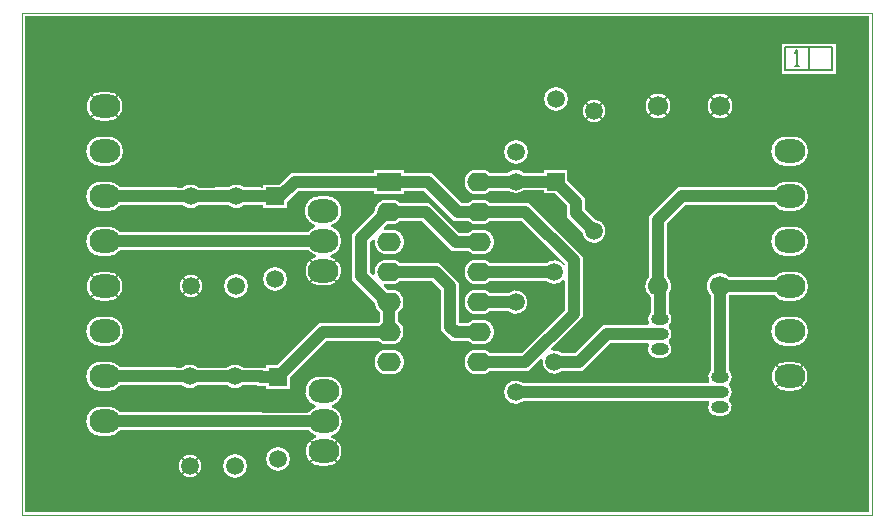
<source format=gtl>
G04 ================== begin FILE IDENTIFICATION RECORD ==================*
G04 Layout Name:  Z:/Projets_Cadence/PCB/2016/Jerome/FdC Kamar/allegro/FdC Kamar.brd*
G04 Film Name:    LAYER1*
G04 File Format:  Gerber RS274X*
G04 File Origin:  Cadence Allegro 16.6-2015-S064*
G04 Origin Date:  Tue Feb 23 10:20:43 2016*
G04 *
G04 Layer:  VIA CLASS/TOP*
G04 Layer:  PIN/TOP*
G04 Layer:  MANUFACTURING/CUIVRE_TOP*
G04 Layer:  ETCH/TOP*
G04 Layer:  DRAWING FORMAT/TITLE_BLOCK_TOP*
G04 Layer:  BOARD GEOMETRY/OUTLINE*
G04 *
G04 Offset:    (0.0000 0.0000)*
G04 Mirror:    No*
G04 Mode:      Positive*
G04 Rotation:  0*
G04 FullContactRelief:  No*
G04 UndefLineWidth:     0.1000*
G04 ================== end FILE IDENTIFICATION RECORD ====================*
%FSLAX35Y35*MOMM*%
%IR0*IPPOS*OFA0.00000B0.00000*MIA0B0*SFA1.00000B1.00000*%
%ADD15O,1.5X1.*%
%ADD13O,2.X1.6*%
%ADD10O,2.6X2.*%
%ADD14R,2.X1.6*%
%ADD11C,1.5*%
%ADD16C,1.7*%
%ADD12R,1.5X1.5*%
%ADD17C,.1*%
%ADD18C,.2*%
%ADD19C,.21*%
%ADD20C,1.*%
%ADD23C,2.0004*%
%ADD21C,2.1204*%
%ADD24R,4.6004X2.6004*%
%ADD22C,1.9204*%
G75*
%LPD*%
G75*
G36*
G01X7175000Y25000D02*
X25000D01*
Y4225000D01*
X7175000D01*
Y25000D01*
G37*
%LPC*%
G75*
G36*
G01X2585000Y415980D02*
X2525000D01*
G02X2488010Y652230I0J121021D01*
G03X2487920Y671610I-3101J9676D01*
G02X2424990Y715980I37075J119395D01*
G01X1969430D01*
X1968930Y716480D01*
X830010D01*
G02X730000Y666480I-100010J75020D01*
G01X670000D01*
G02Y916520I0J125020D01*
G01X730000D01*
G02X830010Y866520I0J-125020D01*
G01X2031070D01*
X2031570Y866020D01*
X2424990D01*
G02X2482170Y908460I100017J-75014D01*
G03Y927540I-3479J9540D01*
G02X2525000Y1170020I42830J117457D01*
G01X2585000D01*
G02X2627830Y927540I0J-125023D01*
G03Y908460I3479J-9540D01*
G02X2622080Y671610I-42830J-117455D01*
G03X2621990Y652230I3011J-9704D01*
G02X2585000Y415980I-36990J-115229D01*
G37*
G36*
G01X2581000Y1943980D02*
X2521000D01*
G02X2484010Y2180230I0J121021D01*
G03X2483920Y2199610I-3101J9676D01*
G02X2420990Y2243980I37075J119395D01*
G01X1282070D01*
X1278570Y2240480D01*
X830010D01*
G02X730000Y2190480I-100010J75020D01*
G01X670000D01*
G02Y2440520I0J125020D01*
G01X730000D01*
G02X830010Y2390520I0J-125020D01*
G01X1216430D01*
X1219930Y2394020D01*
X2420990D01*
G02X2478170Y2436460I100017J-75014D01*
G03Y2455540I-3479J9540D01*
G02X2521000Y2698020I42830J117457D01*
G01X2581000D01*
G02X2623830Y2455540I0J-125023D01*
G03Y2436460I3479J-9540D01*
G02X2618080Y2199610I-42830J-117455D01*
G03X2617990Y2180230I3011J-9704D01*
G02X2581000Y1943980I-36990J-115229D01*
G37*
G36*
G01X5985000Y968930D02*
G02X5935000Y837980I-50000J-55929D01*
G01X5885000D01*
G02X5819640Y949830I0J75022D01*
G03X5810790Y964980I-8848J4991D01*
G01X5191070D01*
X5189070Y962980D01*
X4247150D01*
G02Y1113020I-66150J75020D01*
G01X5126930D01*
X5128930Y1115020D01*
X5810790D01*
G03X5819640Y1130170I2J10159D01*
G02X5834980Y1222910I65359J36828D01*
G01Y1748930D01*
X5832980Y1750930D01*
Y1857520D01*
G02X5988480Y2013020I75020J80480D01*
G01X6267570D01*
X6271070Y2009520D01*
X6369990D01*
G02X6470000Y2059520I100010J-75020D01*
G01X6530000D01*
G02Y1809480I0J-125020D01*
G01X6470000D01*
G02X6369990Y1859480I0J125020D01*
G01X6208930D01*
X6205430Y1862980D01*
X5988480D01*
G02X5983020Y1857520I-80480J75020D01*
G01Y1813070D01*
X5985020Y1811070D01*
Y1222910D01*
G02X5985000Y1111070I-50020J-55911D01*
G03Y1095930I6774J-7570D01*
G02Y984070I-50000J-55930D01*
G03Y968930I6774J-7570D01*
G37*
G36*
G01X2969410Y2337310D02*
X2946020Y2313930D01*
Y2052070D01*
X2969410Y2028690D01*
G03X2986600Y2037640I7186J7181D01*
G02X3090000Y2161020I103400J18362D01*
G01X3130000D01*
G02X3203490Y2131020I0J-105013D01*
G01X3535070D01*
X3701020Y1965070D01*
Y1624070D01*
X3704070Y1621020D01*
X3776520D01*
G02X3852000Y1653020I75480J-73019D01*
G01X3892000D01*
G02Y1442980I0J-105020D01*
G01X3852000D01*
G02X3780610Y1470980I0J105010D01*
G01X3641930D01*
X3550980Y1561930D01*
Y1902930D01*
X3472930Y1980980D01*
X3203490D01*
G02X3130000Y1950980I-73490J75013D01*
G01X3090000D01*
G02X3071640Y1952600I15J105019D01*
G03X3062690Y1935410I-1769J-10004D01*
G01X3091070Y1907020D01*
X3130000D01*
G02X3185020Y1712550I0J-105018D01*
G01Y1637450D01*
G02X3130000Y1442980I-55020J-89452D01*
G01X3090000D01*
G02X3016510Y1472980I0J105013D01*
G01X2580070D01*
X2270020Y1162930D01*
Y1068980D01*
X2069980D01*
Y1093980D01*
X1992930D01*
X1989930Y1096980D01*
X1871150D01*
G02X1738850I-66150J75020D01*
G01X1487150D01*
G02X1354850I-66150J75020D01*
G01X1243930D01*
X1243430Y1097480D01*
X830010D01*
G02X730000Y1047480I-100010J75020D01*
G01X670000D01*
G02Y1297520I0J125020D01*
G01X730000D01*
G02X830010Y1247520I0J-125020D01*
G01X1305570D01*
X1306070Y1247020D01*
X1354850D01*
G02X1487150I66150J-75020D01*
G01X1738850D01*
G02X1871150I66150J-75020D01*
G01X2052070D01*
X2055070Y1244020D01*
X2069980D01*
Y1269020D01*
X2163930D01*
X2517930Y1623020D01*
X3016510D01*
G02X3034980Y1637450I73486J-75024D01*
G01Y1712550D01*
G02X2985030Y1798920I55022J89449D01*
G01X2984970Y1800940D01*
X2795980Y1989930D01*
Y2376070D01*
X2984970Y2565060D01*
X2985030Y2567080D01*
G02X3090000Y2669020I104970J-3075D01*
G01X3130000D01*
G02X3203490Y2639020I0J-105013D01*
G01X3449070D01*
X3703070Y2385020D01*
X3778510D01*
G02X3852000Y2415020I73490J-75013D01*
G01X3892000D01*
G02Y2204980I0J-105020D01*
G01X3852000D01*
G02X3778510Y2234980I0J105013D01*
G01X3640930D01*
X3386930Y2488980D01*
X3203490D01*
G02X3130000Y2458980I-73490J75013D01*
G01X3091070D01*
X3062690Y2430590D01*
G03X3071640Y2413400I7181J-7186D01*
G02X3090000Y2415020I18375J-103399D01*
G01X3130000D01*
G02Y2204980I0J-105020D01*
G01X3090000D01*
G02X2986600Y2328360I0J105018D01*
G03X2969410Y2337310I-10004J1769D01*
G37*
G36*
G01X4230930Y1369020D02*
X4596980Y1735070D01*
Y1979050D01*
G03X4579460Y1986050I-10159J-1D01*
G02X4440850Y1979980I-72457J68950D01*
G01X4329930D01*
X4328930Y1980980D01*
X3965490D01*
G02X3892000Y1950980I-73490J75013D01*
G01X3852000D01*
G02Y2161020I0J105020D01*
G01X3892000D01*
G02X3965490Y2131020I0J-105013D01*
G01X4391070D01*
X4392070Y2130020D01*
X4440850D01*
G02X4587800Y2113960I66154J-75019D01*
G01X4589320Y2111870D01*
X4596980D01*
Y2122930D01*
X4230930Y2488980D01*
X3965490D01*
G02X3892000Y2458980I-73490J75013D01*
G01X3852000D01*
G02X3778510Y2488980I0J105013D01*
G01X3659930D01*
X3405930Y2742980D01*
X3235020D01*
Y2712980D01*
X2984980D01*
Y2742980D01*
X2341070D01*
X2241020Y2642930D01*
Y2595980D01*
X2040980D01*
Y2620980D01*
X1963930D01*
X1962930Y2621980D01*
X1881150D01*
G02X1748850I-66150J75020D01*
G01X1700070D01*
X1699070Y2620980D01*
X1494150D01*
G02X1361850I-66150J75020D01*
G01X1250930D01*
X1250430Y2621480D01*
X830010D01*
G02X730000Y2571480I-100010J75020D01*
G01X670000D01*
G02Y2821520I0J125020D01*
G01X730000D01*
G02X830010Y2771520I0J-125020D01*
G01X1312570D01*
X1313070Y2771020D01*
X1361850D01*
G02X1494150I66150J-75020D01*
G01X1636930D01*
X1637930Y2772020D01*
X1748850D01*
G02X1881150I66150J-75020D01*
G01X2025070D01*
X2026070Y2771020D01*
X2040980D01*
Y2796020D01*
X2181930D01*
X2278930Y2893020D01*
X2984980D01*
Y2923020D01*
X3235020D01*
Y2893020D01*
X3468070D01*
X3722070Y2639020D01*
X3778510D01*
G02X3852000Y2669020I73490J-75013D01*
G01X3892000D01*
G02X3965490Y2639020I0J-105013D01*
G01X4293070D01*
X4747020Y2185070D01*
Y1672930D01*
X4483200Y1409100D01*
G03X4491910Y1391880I7185J-7178D01*
G02X4573150Y1368020I15084J-98877D01*
G01X4681930D01*
X4918930Y1605020D01*
X5300790D01*
G03X5309640Y1620170I2J10159D01*
G02X5324980Y1712910I65359J36828D01*
G01Y1845130D01*
G02X5311980Y2016480I62020J90873D01*
G01Y2527070D01*
X5556430Y2771520D01*
X6369990D01*
G02X6470000Y2821520I100010J-75020D01*
G01X6530000D01*
G02Y2571480I0J-125020D01*
G01X6470000D01*
G02X6369990Y2621480I0J125020D01*
G01X5618570D01*
X5462020Y2464930D01*
Y2016480D01*
G02X5475020Y1869990I-75019J-80479D01*
G01Y1712910D01*
G02X5475000Y1601070I-50020J-55911D01*
G03Y1585930I6774J-7570D01*
G02Y1474070I-50000J-55930D01*
G03Y1458930I6774J-7570D01*
G02X5425000Y1327980I-50000J-55929D01*
G01X5375000D01*
G02X5309640Y1439830I0J75022D01*
G03X5300790Y1454980I-8848J4991D01*
G01X4981070D01*
X4744070Y1217980D01*
X4573150D01*
G02X4408120Y1308090I-66154J75020D01*
G03X4390900Y1316800I-10042J1525D01*
G01X4293070Y1218980D01*
X3965490D01*
G02X3892000Y1188980I-73490J75013D01*
G01X3852000D01*
G02Y1399020I0J105020D01*
G01X3892000D01*
G02X3965490Y1369020I0J-105013D01*
G01X4230930D01*
G37*
G36*
G01X3965490Y1726980D02*
G02X3892000Y1696980I-73490J75013D01*
G01X3852000D01*
G02Y1907020I0J105020D01*
G01X3892000D01*
G02X3965490Y1877020I0J-105013D01*
G01X4117190D01*
G02X4112650Y1726980I63811J-77020D01*
G01X3965490D01*
G37*
G36*
G01X4764020Y2586070D02*
X4849250Y2500840D01*
X4851110Y2500690D01*
G02X4743310Y2392890I-8110J-99690D01*
G01X4743160Y2394750D01*
X4613980Y2523930D01*
Y2619930D01*
X4511930Y2721980D01*
X4417980D01*
Y2746980D01*
X4247150D01*
G02X4119680Y2742980I-66152J75020D01*
G01X3965490D01*
G02X3892000Y2712980I-73490J75013D01*
G01X3852000D01*
G02Y2923020I0J105020D01*
G01X3892000D01*
G02X3965490Y2893020I0J-105013D01*
G01X4110570D01*
G02X4247150Y2897020I70429J-71020D01*
G01X4417980D01*
Y2922020D01*
X4618020D01*
Y2828070D01*
X4764020Y2682070D01*
Y2586070D01*
G37*
G36*
G01X670000Y1428480D02*
G02Y1678520I0J125020D01*
G01X730000D01*
G02Y1428480I0J-125020D01*
G01X670000D01*
G37*
G36*
G01Y1813480D02*
G02Y2055520I0J121020D01*
G01X730000D01*
G02Y1813480I0J-121020D01*
G01X670000D01*
G37*
G36*
G01Y2952480D02*
G02Y3202520I0J125020D01*
G01X730000D01*
G02Y2952480I0J-125020D01*
G01X670000D01*
G37*
G36*
G01Y3337480D02*
G02Y3579520I0J121020D01*
G01X730000D01*
G02Y3337480I0J-121020D01*
G01X670000D01*
G37*
G36*
G01X3090000Y1188980D02*
G02Y1399020I0J105020D01*
G01X3130000D01*
G02Y1188980I0J-105020D01*
G01X3090000D01*
G37*
G36*
G01X6470000Y1051480D02*
G02Y1293520I0J121020D01*
G01X6530000D01*
G02Y1051480I0J-121020D01*
G01X6470000D01*
G37*
G36*
G01Y1428480D02*
G02Y1678520I0J125020D01*
G01X6530000D01*
G02Y1428480I0J-125020D01*
G01X6470000D01*
G37*
G36*
G01Y2190480D02*
G02Y2440520I0J125020D01*
G01X6530000D01*
G02Y2190480I0J-125020D01*
G01X6470000D01*
G37*
G36*
G01Y2952480D02*
G02Y3202520I0J125020D01*
G01X6530000D01*
G02Y2952480I0J-125020D01*
G01X6470000D01*
G37*
G54D23*
X4518000Y3522000D03*
X4181000Y3072000D03*
X2141000Y1996000D03*
X2170000Y469000D03*
X1815000Y1935000D03*
X1805000Y410000D03*
G54D21*
X5908000Y3462000D03*
X5387000Y3460000D03*
G54D24*
X6663000Y3862000D03*
G54D22*
X4843000Y3417000D03*
X1428000Y1934000D03*
X1421000Y410000D03*
%LPD*%
G75*
G54D10*
X700000Y791500D03*
Y1172500D03*
Y1553500D03*
Y1934500D03*
Y2315500D03*
Y2696500D03*
Y3077500D03*
Y3458500D03*
X2555000Y537000D03*
Y791000D03*
Y1045000D03*
X2551000Y2319000D03*
Y2065000D03*
Y2573000D03*
X6500000Y1172500D03*
Y1553500D03*
Y1934500D03*
Y2315500D03*
Y2696500D03*
Y3077500D03*
G54D20*
G01X2555000Y791000D02*
X2000500D01*
X2000000Y791500D01*
X700000D01*
G01Y1172500D02*
X1274500D01*
X1275000Y1172000D01*
X1421000D01*
G01X700000Y2315500D02*
X1247500D01*
X1251000Y2319000D01*
X2551000D01*
G01X700000Y2696500D02*
X1281500D01*
X1282000Y2696000D01*
X1428000D01*
G01X1421000Y1172000D02*
X1805000D01*
G01X1428000Y2696000D02*
X1668000D01*
X1669000Y2697000D01*
X1815000D01*
G01X1805000Y1172000D02*
X2021000D01*
X2024000Y1169000D01*
X2170000D01*
G01X1815000Y2697000D02*
X1994000D01*
X1995000Y2696000D01*
X2141000D01*
G01X2170000Y1169000D02*
X2549000Y1548000D01*
X3110000D01*
G01X2141000Y2696000D02*
X2188000D01*
X2310000Y2818000D01*
X3110000D01*
G01Y1802000D02*
X3090000D01*
X2871000Y2021000D01*
Y2345000D01*
X3090000Y2564000D01*
X3110000D01*
G01Y1548000D02*
Y1802000D01*
G01Y2056000D02*
X3504000D01*
X3626000Y1934000D01*
Y1593000D01*
X3673000Y1546000D01*
X3870000D01*
X3872000Y1548000D01*
G01Y2310000D02*
X3672000D01*
X3418000Y2564000D01*
X3110000D01*
G01Y2818000D02*
X3437000D01*
X3691000Y2564000D01*
X3872000D01*
G01D02*
X4262000D01*
X4672000Y2154000D01*
Y1704000D01*
X4262000Y1294000D01*
X3872000D01*
G01Y1802000D02*
X4179000D01*
X4181000Y1800000D01*
G01X3872000Y2056000D02*
X4360000D01*
X4361000Y2055000D01*
X4507000D01*
G01X3872000Y2818000D02*
X4177000D01*
X4181000Y2822000D01*
G01Y1038000D02*
X5158000D01*
X5160000Y1040000D01*
X5910000D01*
G01X4181000Y2822000D02*
X4518000D01*
G01X4507000Y1293000D02*
X4713000D01*
X4950000Y1530000D01*
X5400000D01*
G01X4843000Y2401000D02*
X4689000Y2555000D01*
Y2651000D01*
X4518000Y2822000D01*
G01X5400000Y1657000D02*
Y1923000D01*
X5387000Y1936000D01*
G01X6500000Y2696500D02*
X5587500D01*
X5387000Y2496000D01*
Y1936000D01*
G01X5910000Y1167000D02*
Y1780000D01*
X5908000Y1782000D01*
Y1938000D01*
G01X6500000Y1934500D02*
X6240000D01*
X6236500Y1938000D01*
X5908000D01*
G54D11*
X1421000Y410000D03*
Y1172000D03*
X1428000Y1934000D03*
Y2696000D03*
X1805000Y410000D03*
Y1172000D03*
X1815000Y1935000D03*
Y2697000D03*
X2170000Y469000D03*
X2141000Y1996000D03*
X4181000Y1038000D03*
Y1800000D03*
Y2822000D03*
Y3072000D03*
X4507000Y1293000D03*
Y2055000D03*
X4518000Y3522000D03*
X4843000Y2401000D03*
Y3417000D03*
G54D12*
X2170000Y1169000D03*
X2141000Y2696000D03*
X4518000Y2822000D03*
G54D13*
X3110000Y1294000D03*
Y1548000D03*
Y1802000D03*
Y2056000D03*
Y2310000D03*
Y2564000D03*
X3872000Y1294000D03*
Y1548000D03*
Y1802000D03*
Y2056000D03*
Y2564000D03*
Y2310000D03*
Y2818000D03*
G54D14*
X3110000D03*
G54D15*
X5400000Y1530000D03*
Y1403000D03*
Y1657000D03*
X5910000Y913000D03*
Y1167000D03*
Y1040000D03*
G54D16*
X5387000Y1936000D03*
Y3460000D03*
X5908000Y1938000D03*
Y3462000D03*
G54D17*
G01X0Y0D02*
X7200000D01*
Y4250000D01*
X0D01*
Y0D01*
G54D18*
G01X6563000Y3802000D02*
Y3932000D01*
X6543000Y3906000D01*
G01Y3802000D02*
X6583000D01*
G01X6663000Y3762000D02*
X6463000D01*
Y3962000D01*
X6663000D01*
Y3762000D01*
G01X6863000D02*
X6663000D01*
Y3962000D01*
X6863000D01*
Y3762000D01*
G54D19*
G01X543900Y1808400D02*
X700000Y1934500D01*
G01D02*
X856100Y1808400D01*
G01X700000Y1934500D02*
X856100Y2060600D01*
G01X543900D02*
X700000Y1934500D01*
G01X543900Y3332400D02*
X700000Y3458500D01*
G01D02*
X856100Y3584600D01*
G01X543900D02*
X700000Y3458500D01*
G01D02*
X856100Y3332400D01*
G01X1344430Y333430D02*
X1421000Y410000D01*
G01D02*
X1497570Y486570D01*
G01X1344430D02*
X1421000Y410000D01*
G01D02*
X1497570Y333430D01*
G01X1351430Y1857430D02*
X1428000Y1934000D01*
G01D02*
X1504570Y1857430D01*
G01X1428000Y1934000D02*
X1504570Y2010570D01*
G01X1351430D02*
X1428000Y1934000D01*
G01X2398900Y410900D02*
X2555000Y537000D01*
G01X2398900Y663100D02*
X2555000Y537000D01*
G01X2394900Y1938900D02*
X2551000Y2065000D01*
G01X2394900Y2191100D02*
X2551000Y2065000D01*
G01X2555000Y537000D02*
X2711100Y663100D01*
G01X2555000Y537000D02*
X2711100Y410900D01*
G01X2551000Y2065000D02*
X2707100Y2191100D01*
G01X2551000Y2065000D02*
X2707100Y1938900D01*
G01X4766430Y3340430D02*
X4843000Y3417000D01*
G01D02*
X4919570Y3493570D01*
G01X4766430D02*
X4843000Y3417000D01*
G01D02*
X4919570Y3340430D01*
G01X5303360Y3376360D02*
X5387000Y3460000D01*
G01D02*
X5470640Y3543640D01*
G01X5303360D02*
X5387000Y3460000D01*
G01D02*
X5470640Y3376360D01*
G01X5824360Y3378360D02*
X5908000Y3462000D01*
G01X5824360Y3545640D02*
X5908000Y3462000D01*
G01D02*
X5991640Y3545640D01*
G01X5908000Y3462000D02*
X5991640Y3378360D01*
G01X6343900Y1046400D02*
X6500000Y1172500D01*
G01D02*
X6656100Y1298600D01*
G01X6343900D02*
X6500000Y1172500D01*
G01D02*
X6656100Y1046400D01*
M02*

</source>
